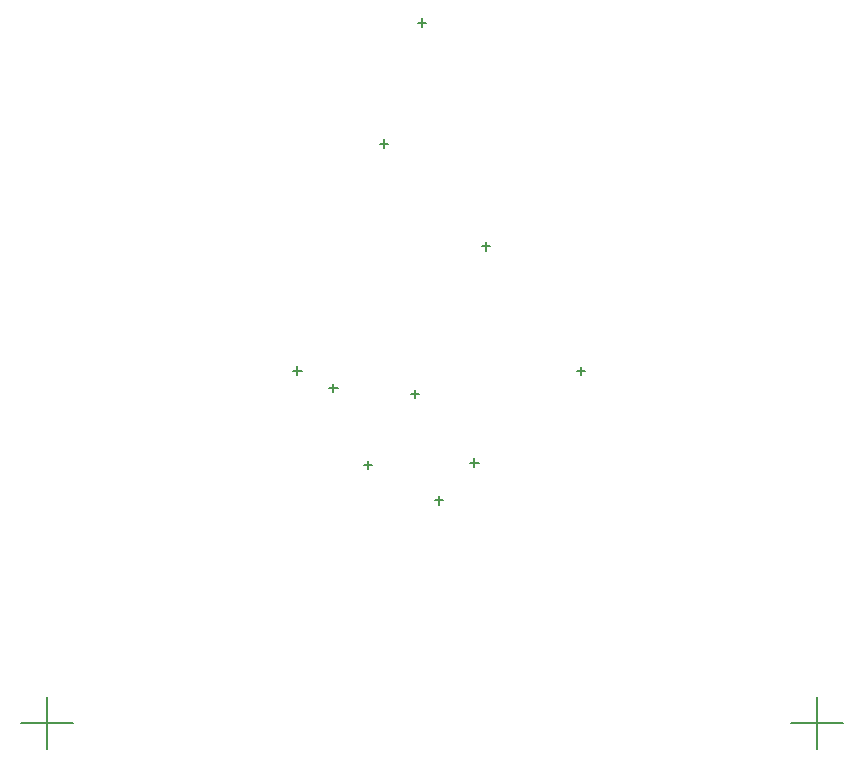
<source format=gbr>
%TF.GenerationSoftware,Altium Limited,Altium Designer,24.7.2 (38)*%
G04 Layer_Color=128*
%FSLAX43Y43*%
%MOMM*%
%TF.SameCoordinates,179ED5A7-1FD7-47B0-8EB6-D2B1FD869DB5*%
%TF.FilePolarity,Positive*%
%TF.FileFunction,Drillmap*%
%TF.Part,Single*%
G01*
G75*
%TA.AperFunction,NonConductor*%
%ADD31C,0.127*%
D31*
X67800Y5000D02*
X72200D01*
X70000Y2800D02*
Y7200D01*
X2631Y5000D02*
X7031D01*
X4831Y2800D02*
Y7200D01*
X41641Y45341D02*
X42352D01*
X41997Y44985D02*
Y45696D01*
X36211Y64291D02*
X36922D01*
X36567Y63935D02*
Y64646D01*
X35595Y32841D02*
X36306D01*
X35951Y32485D02*
Y33196D01*
X31641Y26841D02*
X32352D01*
X31997Y26485D02*
Y27196D01*
X37641Y23841D02*
X38352D01*
X37997Y23485D02*
Y24196D01*
X40641Y27049D02*
X41352D01*
X40997Y26693D02*
Y27405D01*
X49641Y34800D02*
X50352D01*
X49997Y34444D02*
Y35156D01*
X28699Y33346D02*
X29411D01*
X29055Y32990D02*
Y33702D01*
X25641Y34841D02*
X26352D01*
X25997Y34485D02*
Y35196D01*
X32969Y54053D02*
X33680D01*
X33324Y53697D02*
Y54408D01*
%TF.MD5,65e64751abdc3d440c12668f78ff4f7c*%
M02*

</source>
